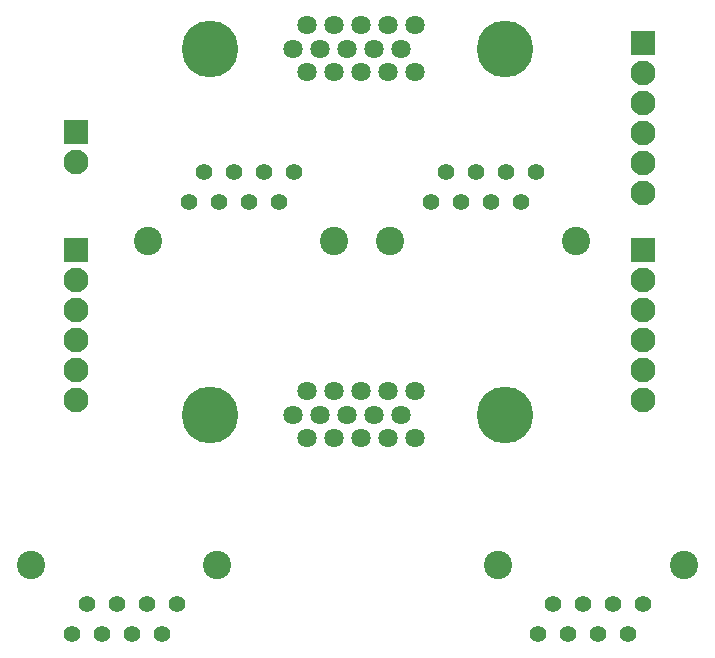
<source format=gbr>
%TF.GenerationSoftware,KiCad,Pcbnew,(5.1.7)-1*%
%TF.CreationDate,2021-02-10T20:21:02+01:00*%
%TF.ProjectId,ad57_adapter,61643537-5f61-4646-9170-7465722e6b69,rev?*%
%TF.SameCoordinates,Original*%
%TF.FileFunction,Soldermask,Bot*%
%TF.FilePolarity,Negative*%
%FSLAX46Y46*%
G04 Gerber Fmt 4.6, Leading zero omitted, Abs format (unit mm)*
G04 Created by KiCad (PCBNEW (5.1.7)-1) date 2021-02-10 20:21:02*
%MOMM*%
%LPD*%
G01*
G04 APERTURE LIST*
%ADD10R,2.100000X2.100000*%
%ADD11C,2.100000*%
%ADD12C,4.801000*%
%ADD13C,1.638000*%
%ADD14C,2.400000*%
%ADD15C,1.400000*%
G04 APERTURE END LIST*
D10*
%TO.C,J1*%
X130500000Y-78000000D03*
D11*
X130500000Y-80540000D03*
%TD*%
D10*
%TO.C,J3*%
X178500000Y-70500000D03*
D11*
X178500000Y-73040000D03*
X178500000Y-75580000D03*
X178500000Y-78120000D03*
X178500000Y-80660000D03*
X178500000Y-83200000D03*
%TD*%
%TO.C,J4*%
X178500000Y-100700000D03*
X178500000Y-98160000D03*
X178500000Y-95620000D03*
X178500000Y-93080000D03*
X178500000Y-90540000D03*
D10*
X178500000Y-88000000D03*
%TD*%
D12*
%TO.C,J5*%
X166815000Y-101981000D03*
X141821000Y-101981000D03*
D13*
X159144000Y-103962000D03*
X156858000Y-103962000D03*
X154572000Y-103962000D03*
X152286000Y-103962000D03*
X150000000Y-103962000D03*
X158001000Y-101981000D03*
X155715000Y-101981000D03*
X153429000Y-101981000D03*
X151143000Y-101981000D03*
X148857000Y-101981000D03*
X159144000Y-100000000D03*
X156858000Y-100000000D03*
X154572000Y-100000000D03*
X152286000Y-100000000D03*
X150000000Y-100000000D03*
%TD*%
%TO.C,J6*%
X150000000Y-69000000D03*
X152286000Y-69000000D03*
X154572000Y-69000000D03*
X156858000Y-69000000D03*
X159144000Y-69000000D03*
X148857000Y-70981000D03*
X151143000Y-70981000D03*
X153429000Y-70981000D03*
X155715000Y-70981000D03*
X158001000Y-70981000D03*
X150000000Y-72962000D03*
X152286000Y-72962000D03*
X154572000Y-72962000D03*
X156858000Y-72962000D03*
X159144000Y-72962000D03*
D12*
X141821000Y-70981000D03*
X166815000Y-70981000D03*
%TD*%
D14*
%TO.C,J7*%
X126680000Y-114700000D03*
X142430000Y-114700000D03*
D15*
X130110000Y-120540000D03*
X131380000Y-118000000D03*
X132650000Y-120540000D03*
X133920000Y-118000000D03*
X135190000Y-120540000D03*
X136460000Y-118000000D03*
X137730000Y-120540000D03*
X139000000Y-118000000D03*
%TD*%
D10*
%TO.C,J8*%
X130500000Y-88000000D03*
D11*
X130500000Y-90540000D03*
X130500000Y-93080000D03*
X130500000Y-95620000D03*
X130500000Y-98160000D03*
X130500000Y-100700000D03*
%TD*%
D14*
%TO.C,J9*%
X152320000Y-87300000D03*
X136570000Y-87300000D03*
D15*
X148890000Y-81460000D03*
X147620000Y-84000000D03*
X146350000Y-81460000D03*
X145080000Y-84000000D03*
X143810000Y-81460000D03*
X142540000Y-84000000D03*
X141270000Y-81460000D03*
X140000000Y-84000000D03*
%TD*%
%TO.C,J10*%
X178500000Y-118000000D03*
X177230000Y-120540000D03*
X175960000Y-118000000D03*
X174690000Y-120540000D03*
X173420000Y-118000000D03*
X172150000Y-120540000D03*
X170880000Y-118000000D03*
X169610000Y-120540000D03*
D14*
X181930000Y-114700000D03*
X166180000Y-114700000D03*
%TD*%
D15*
%TO.C,J11*%
X160500000Y-84000000D03*
X161770000Y-81460000D03*
X163040000Y-84000000D03*
X164310000Y-81460000D03*
X165580000Y-84000000D03*
X166850000Y-81460000D03*
X168120000Y-84000000D03*
X169390000Y-81460000D03*
D14*
X157070000Y-87300000D03*
X172820000Y-87300000D03*
%TD*%
M02*

</source>
